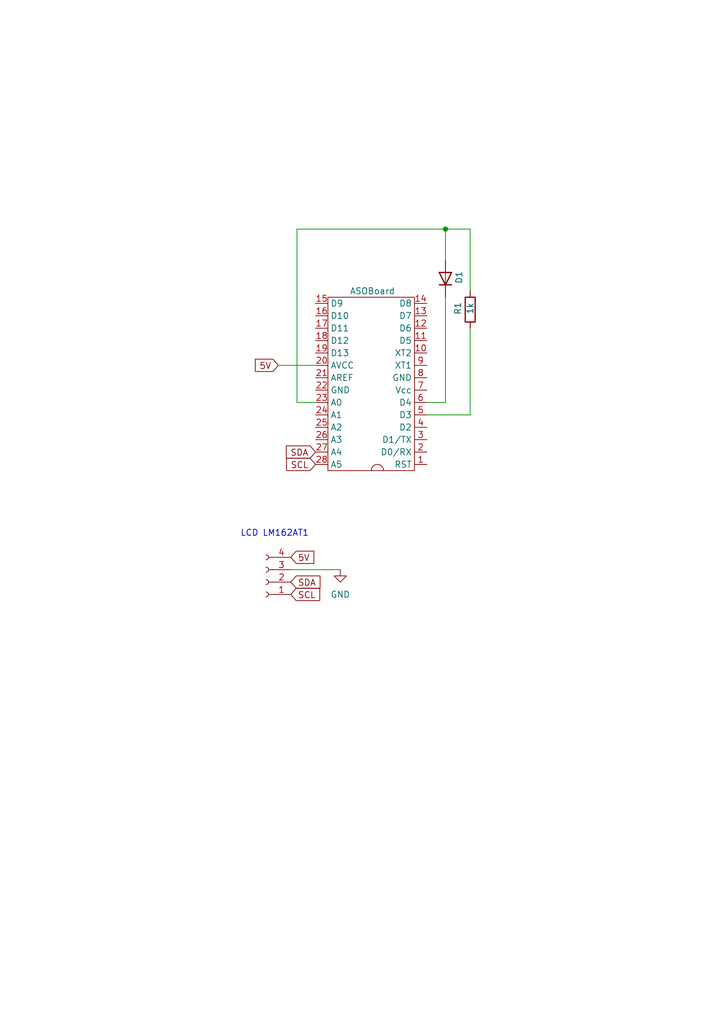
<source format=kicad_sch>
(kicad_sch (version 20250114) (generator "eeschema") (generator_version "9.0")
  (paper "A5" portrait)
  (lib_symbols
    (symbol "0Ore:ATmega328U_Duino"
      (property "Reference" "U1" (at 20.32 13.97 90))
      (symbol "ATmega328U_Duino_0_1"
        (rectangle (start -17.78 22.86) (end 17.78 5.08))
        (arc (start -17.7799 13.9701) (mid -16.8819 13.5981) (end -16.5099 12.7001))
        (arc (start -16.5099 12.6999) (mid -16.8819 11.8019) (end -17.7799 11.4299))
      )
      (symbol "ATmega328U_Duino_1_1"
        (pin unspecified line (at -16.51 25.4 270) (length 2.54) (name "A5") (number "28"))
        (pin input line (at -16.51 2.54 90) (length 2.54) (name "RST") (number "1"))
        (pin unspecified line (at -13.97 25.4 270) (length 2.54) (name "A4") (number "27"))
        (pin output line (at -13.97 2.54 90) (length 2.54) (name "D0/RX") (number "2"))
        (pin unspecified line (at -11.43 25.4 270) (length 2.54) (name "A3") (number "26"))
        (pin output line (at -11.43 2.54 90) (length 2.54) (name "D1/TX") (number "3"))
        (pin unspecified line (at -8.89 25.4 270) (length 2.54) (name "A2") (number "25"))
        (pin output line (at -8.89 2.54 90) (length 2.54) (name "D2") (number "4"))
        (pin unspecified line (at -6.35 25.4 270) (length 2.54) (name "A1") (number "24"))
        (pin output line (at -6.35 2.54 90) (length 2.54) (name "D3") (number "5"))
        (pin unspecified line (at -3.81 25.4 270) (length 2.54) (name "A0") (number "23"))
        (pin output line (at -3.81 2.54 90) (length 2.54) (name "D4") (number "6"))
        (pin unspecified line (at -1.27 25.4 270) (length 2.54) (name "GND") (number "22"))
        (pin power_in line (at -1.27 2.54 90) (length 2.54) (name "Vcc") (number "7"))
        (pin unspecified line (at 1.27 25.4 270) (length 2.54) (name "AREF") (number "21"))
        (pin power_out line (at 1.27 2.54 90) (length 2.54) (name "GND") (number "8"))
        (pin unspecified line (at 3.81 25.4 270) (length 2.54) (name "AVCC") (number "20"))
        (pin input line (at 3.81 2.54 90) (length 2.54) (name "XT1") (number "9"))
        (pin unspecified line (at 6.35 25.4 270) (length 2.54) (name "D13") (number "19"))
        (pin input line (at 6.35 2.54 90) (length 2.54) (name "XT2") (number "10"))
        (pin unspecified line (at 8.89 25.4 270) (length 2.54) (name "D12") (number "18"))
        (pin output line (at 8.89 2.54 90) (length 2.54) (name "D5") (number "11"))
        (pin unspecified line (at 11.43 25.4 270) (length 2.54) (name "D11") (number "17"))
        (pin output line (at 11.43 2.54 90) (length 2.54) (name "D6") (number "12"))
        (pin output line (at 13.97 25.4 270) (length 2.54) (name "D10") (number "16"))
        (pin output line (at 13.97 2.54 90) (length 2.54) (name "D7") (number "13"))
        (pin output line (at 16.51 25.4 270) (length 2.54) (name "D9") (number "15"))
        (pin output line (at 16.51 2.54 90) (length 2.54) (name "D8") (number "14"))
      )
    )
    (symbol "Connector:Conn_01x04_Socket" (pin_names (offset 1.016) (hide yes))
      (property "Reference" "J" (at 0 5.08 0))
      (property "Value" "Conn_01x04_Socket" (at 0 -7.62 0))
      (symbol "Conn_01x04_Socket_1_1"
        (polyline (pts (xy -1.27 2.54) (xy -0.508 2.54)) (stroke (width 0.1524)))
        (polyline (pts (xy -1.27 0) (xy -0.508 0)) (stroke (width 0.1524)))
        (polyline (pts (xy -1.27 -2.54) (xy -0.508 -2.54)) (stroke (width 0.1524)))
        (polyline (pts (xy -1.27 -5.08) (xy -0.508 -5.08)) (stroke (width 0.1524)))
        (arc (start 0 2.032) (mid -0.5058 2.54) (end 0 3.048) (stroke (width 0.1524)))
        (arc (start 0 -0.508) (mid -0.5058 0) (end 0 0.508) (stroke (width 0.1524)))
        (arc (start 0 -3.048) (mid -0.5058 -2.54) (end 0 -2.032) (stroke (width 0.1524)))
        (arc (start 0 -5.588) (mid -0.5058 -5.08) (end 0 -4.572) (stroke (width 0.1524)))
        (pin passive line (at -5.08 2.54 0) (length 3.81) (name "Pin_1") (number "1"))
        (pin passive line (at -5.08 0 0) (length 3.81) (name "Pin_2") (number "2"))
        (pin passive line (at -5.08 -2.54 0) (length 3.81) (name "Pin_3") (number "3"))
        (pin passive line (at -5.08 -5.08 0) (length 3.81) (name "Pin_4") (number "4"))
      )
    )
    (symbol "Device:D" (pin_numbers (hide yes)) (pin_names (offset 1.016) (hide yes))
      (property "Reference" "D" (at 0 2.54 0))
      (property "Value" "D" (at 0 -2.54 0))
      (symbol "D_0_1"
        (polyline (pts (xy -1.27 1.27) (xy -1.27 -1.27)) (stroke (width 0.254)))
        (polyline (pts (xy 1.27 1.27) (xy 1.27 -1.27) (xy -1.27 0) (xy 1.27 1.27)) (stroke (width 0.254)))
        (polyline (pts (xy 1.27 0) (xy -1.27 0)))
      )
      (symbol "D_1_1"
        (pin passive line (at -3.81 0 0) (length 2.54) (name "K") (number "1"))
        (pin passive line (at 3.81 0 180) (length 2.54) (name "A") (number "2"))
      )
    )
    (symbol "Device:R" (pin_numbers (hide yes)) (pin_names (offset 0))
      (property "Reference" "R" (at 2.032 0 90))
      (property "Value" "R" (at 0 0 90))
      (symbol "R_0_1"
        (rectangle (start -1.016 -2.54) (end 1.016 2.54) (stroke (width 0.254)))
      )
      (symbol "R_1_1"
        (pin passive line (at 0 3.81 270) (length 1.27) (name "~") (number "1"))
        (pin passive line (at 0 -3.81 90) (length 1.27) (name "~") (number "2"))
      )
    )
    (symbol "power:GND" (power) (pin_numbers (hide yes)) (pin_names (offset 0) (hide yes))
      (property "Value" "GND" (at 0 -3.81 0))
      (symbol "GND_0_1"
        (polyline (pts (xy 0 0) (xy 0 -1.27) (xy 1.27 -1.27) (xy 0 -2.54) (xy -1.27 -1.27) (xy 0 -1.27)))
      )
      (symbol "GND_1_1"
        (pin power_in line (at 0 0 270) (length 0) (name "~") (number "1"))
      )
    )
  )
  (text "LCD LM162AT1" (at 56.388 109.474 0) (effects (font (size 1.27 1.27))))
  (junction (at 91.44 46.99))
  (wire (pts (xy 96.52 67.31) (xy 96.52 85.09)))
  (wire (pts (xy 91.44 82.55) (xy 91.44 60.96)))
  (wire (pts (xy 57.15 74.93) (xy 64.77 74.93)))
  (wire (pts (xy 59.69 116.84) (xy 69.85 116.84)))
  (wire (pts (xy 91.44 46.99) (xy 91.44 53.34)))
  (wire (pts (xy 87.63 82.55) (xy 91.44 82.55)))
  (wire (pts (xy 96.52 85.09) (xy 87.63 85.09)))
  (wire (pts (xy 60.96 46.99) (xy 91.44 46.99)))
  (wire (pts (xy 60.96 46.99) (xy 60.96 82.55)))
  (wire (pts (xy 60.96 82.55) (xy 64.77 82.55)))
  (wire (pts (xy 91.44 46.99) (xy 96.52 46.99)))
  (wire (pts (xy 96.52 59.69) (xy 96.52 46.99)))
  (global_label "SDA" (shape input) (at 59.69 119.38 0) (property "Intersheetrefs" "${INTERSHEET_REFS}" (effects (hide yes))))
  (global_label "SDA" (shape input) (at 64.77 92.71 180) (property "Intersheetrefs" "${INTERSHEET_REFS}" (effects (hide yes))))
  (global_label "SCL" (shape input) (at 59.69 121.92 0) (property "Intersheetrefs" "${INTERSHEET_REFS}" (effects (hide yes))))
  (global_label "5V" (shape input) (at 57.15 74.93 180) (property "Intersheetrefs" "${INTERSHEET_REFS}" (effects (hide yes))))
  (global_label "SCL" (shape input) (at 64.77 95.25 180) (property "Intersheetrefs" "${INTERSHEET_REFS}" (effects (hide yes))))
  (global_label "5V" (shape input) (at 59.69 114.3 0) (property "Intersheetrefs" "${INTERSHEET_REFS}" (effects (hide yes))))
  (symbol (lib_id "Device:D") (at 91.44 57.15 90) (unit 1)
    (property "Reference" "D1" (at 94.234 56.896 0))
    (property "Value" "D" (effects (hide yes)))
    (property "Description" "Diode" (effects (hide yes)))
    (property "Sim.Device" "D" (effects (hide yes)))
    (property "Sim.Pins" "1=K 2=A" (effects (hide yes)))
  )
  (symbol (lib_id "0Ore:ATmega328U_Duino") (at 90.17 78.74 90) (unit 1)
    (property "Reference" "U1" (effects (hide yes)))
    (property "Value" "ASOBoard" (at 76.454 59.69 90))
  )
  (symbol (lib_id "power:GND") (at 69.85 116.84 0) (unit 1)
    (property "Reference" "#PWR01" (effects (hide yes)))
    (property "Value" "GND" (at 69.85 121.92 0))
    (property "Description" "Power symbol creates a global label with name \"GND\" , ground" (effects (hide yes)))
  )
  (symbol (lib_id "Device:R") (at 96.52 63.5 0) (unit 1)
    (property "Reference" "R1" (at 93.98 63.246 90))
    (property "Value" "1k" (at 96.52 63.246 90))
    (property "Description" "Resistor" (effects (hide yes)))
  )
  (symbol (lib_id "Connector:Conn_01x04_Socket") (at 54.61 119.38 180) (unit 1)
    (property "Reference" "J1" (effects (hide yes)))
    (property "Value" "Conn_01x04_Socket" (effects (hide yes)))
    (property "Description" "Generic connector, single row, 01x04, script generated" (effects (hide yes)))
  )
)
</source>
